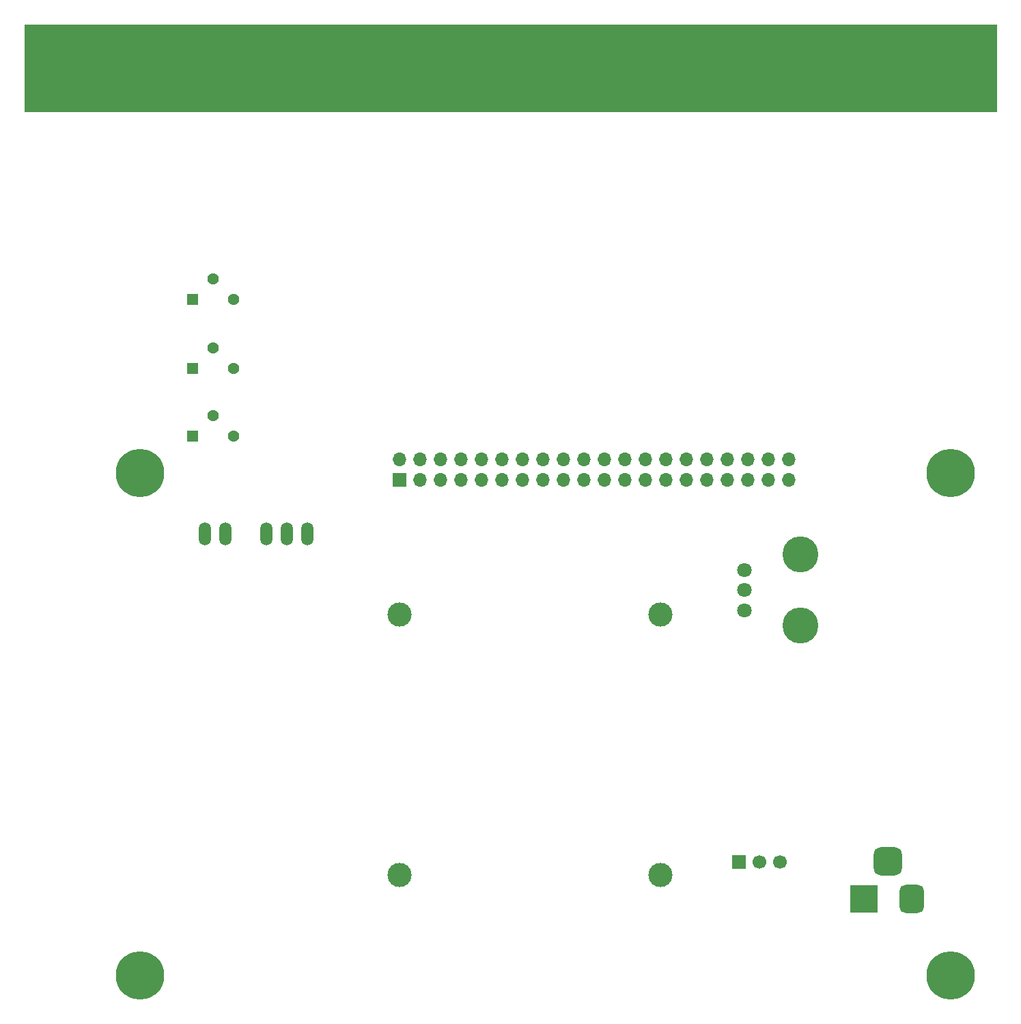
<source format=gbr>
%TF.GenerationSoftware,KiCad,Pcbnew,9.0.3*%
%TF.CreationDate,2025-07-10T15:06:49-06:00*%
%TF.ProjectId,mister-vector,6d697374-6572-42d7-9665-63746f722e6b,rev?*%
%TF.SameCoordinates,Original*%
%TF.FileFunction,Soldermask,Bot*%
%TF.FilePolarity,Negative*%
%FSLAX46Y46*%
G04 Gerber Fmt 4.6, Leading zero omitted, Abs format (unit mm)*
G04 Created by KiCad (PCBNEW 9.0.3) date 2025-07-10 15:06:49*
%MOMM*%
%LPD*%
G01*
G04 APERTURE LIST*
G04 Aperture macros list*
%AMRoundRect*
0 Rectangle with rounded corners*
0 $1 Rounding radius*
0 $2 $3 $4 $5 $6 $7 $8 $9 X,Y pos of 4 corners*
0 Add a 4 corners polygon primitive as box body*
4,1,4,$2,$3,$4,$5,$6,$7,$8,$9,$2,$3,0*
0 Add four circle primitives for the rounded corners*
1,1,$1+$1,$2,$3*
1,1,$1+$1,$4,$5*
1,1,$1+$1,$6,$7*
1,1,$1+$1,$8,$9*
0 Add four rect primitives between the rounded corners*
20,1,$1+$1,$2,$3,$4,$5,0*
20,1,$1+$1,$4,$5,$6,$7,0*
20,1,$1+$1,$6,$7,$8,$9,0*
20,1,$1+$1,$8,$9,$2,$3,0*%
G04 Aperture macros list end*
%ADD10C,0.100000*%
%ADD11C,1.800000*%
%ADD12C,4.460000*%
%ADD13C,0.800000*%
%ADD14C,6.000000*%
%ADD15R,3.500000X3.500000*%
%ADD16RoundRect,0.750000X0.750000X1.000000X-0.750000X1.000000X-0.750000X-1.000000X0.750000X-1.000000X0*%
%ADD17RoundRect,0.875000X0.875000X0.875000X-0.875000X0.875000X-0.875000X-0.875000X0.875000X-0.875000X0*%
%ADD18C,3.000000*%
%ADD19R,1.700000X1.700000*%
%ADD20C,1.700000*%
%ADD21O,1.524000X2.844800*%
%ADD22RoundRect,0.102000X-0.611000X-0.611000X0.611000X-0.611000X0.611000X0.611000X-0.611000X0.611000X0*%
%ADD23C,1.426000*%
%ADD24R,2.350000X8.000000*%
%ADD25O,1.700000X1.700000*%
G04 APERTURE END LIST*
%TO.C,J8*%
D10*
X44624000Y-37186000D02*
X165124000Y-37186000D01*
X165124000Y-47936000D01*
X44624000Y-47936000D01*
X44624000Y-37186000D01*
G36*
X44624000Y-37186000D02*
G01*
X165124000Y-37186000D01*
X165124000Y-47936000D01*
X44624000Y-47936000D01*
X44624000Y-37186000D01*
G37*
%TD*%
D11*
%TO.C,VR4*%
X133808000Y-104731000D03*
X133808000Y-107231000D03*
X133808000Y-109731000D03*
D12*
X140808000Y-102831000D03*
X140808000Y-111631000D03*
%TD*%
D13*
%TO.C,H3*%
X157139000Y-92711000D03*
X157798010Y-91120010D03*
X157798010Y-94301990D03*
X159389000Y-90461000D03*
D14*
X159389000Y-92711000D03*
D13*
X159389000Y-94961000D03*
X160979990Y-91120010D03*
X160979990Y-94301990D03*
X161639000Y-92711000D03*
%TD*%
D15*
%TO.C,J10*%
X148630000Y-145486000D03*
D16*
X154630000Y-145486000D03*
D17*
X151630000Y-140786000D03*
%TD*%
D13*
%TO.C,H2*%
X56682000Y-92711000D03*
X57341010Y-91120010D03*
X57341010Y-94301990D03*
X58932000Y-90461000D03*
D14*
X58932000Y-92711000D03*
D13*
X58932000Y-94961000D03*
X60522990Y-91120010D03*
X60522990Y-94301990D03*
X61182000Y-92711000D03*
%TD*%
D18*
%TO.C,H7*%
X91063000Y-142495000D03*
%TD*%
D19*
%TO.C,J100*%
X133128000Y-140886000D03*
D20*
X135668000Y-140886000D03*
X138208000Y-140886000D03*
%TD*%
D21*
%TO.C,U1*%
X66948000Y-100247000D03*
X69488000Y-100247000D03*
X74568000Y-100247000D03*
X77108000Y-100247000D03*
X79648000Y-100247000D03*
%TD*%
D13*
%TO.C,H4*%
X56682000Y-154941000D03*
X57341010Y-153350010D03*
X57341010Y-156531990D03*
X58932000Y-152691000D03*
D14*
X58932000Y-154941000D03*
D13*
X58932000Y-157191000D03*
X60522990Y-153350010D03*
X60522990Y-156531990D03*
X61182000Y-154941000D03*
%TD*%
D22*
%TO.C,VR3*%
X65402500Y-88156000D03*
D23*
X67942500Y-85616000D03*
X70482500Y-88156000D03*
%TD*%
D22*
%TO.C,VR2*%
X65402500Y-79756000D03*
D23*
X67942500Y-77216000D03*
X70482500Y-79756000D03*
%TD*%
D18*
%TO.C,H8*%
X91063000Y-110237000D03*
%TD*%
D22*
%TO.C,VR1*%
X65402500Y-71256000D03*
D23*
X67942500Y-68716000D03*
X70482500Y-71256000D03*
%TD*%
D18*
%TO.C,H6*%
X123448000Y-142495000D03*
%TD*%
D13*
%TO.C,H1*%
X157139000Y-154941000D03*
X157798010Y-153350010D03*
X157798010Y-156531990D03*
X159389000Y-152691000D03*
D14*
X159389000Y-154941000D03*
D13*
X159389000Y-157191000D03*
X160979990Y-153350010D03*
X160979990Y-156531990D03*
X161639000Y-154941000D03*
%TD*%
D18*
%TO.C,H5*%
X123448000Y-110269000D03*
%TD*%
D24*
%TO.C,J8*%
X158724000Y-43986000D03*
X154764000Y-43986000D03*
X150804000Y-43986000D03*
X146844000Y-43986000D03*
X142884000Y-43986000D03*
X138924000Y-43986000D03*
X131004000Y-43986000D03*
X127044000Y-43986000D03*
X123084000Y-43986000D03*
X119124000Y-43986000D03*
X115164000Y-43986000D03*
X111204000Y-43986000D03*
X107244000Y-43986000D03*
X103284000Y-43986000D03*
X99324000Y-43986000D03*
X95364000Y-43986000D03*
X91404000Y-43986000D03*
X87444000Y-43986000D03*
X83484000Y-43986000D03*
X79524000Y-43986000D03*
X75564000Y-43986000D03*
X71604000Y-43986000D03*
X67644000Y-43986000D03*
X63684000Y-43986000D03*
X59724000Y-43986000D03*
X55764000Y-43986000D03*
X51804000Y-43986000D03*
X158724000Y-43986000D03*
X154764000Y-43986000D03*
X150804000Y-43986000D03*
X146844000Y-43986000D03*
X142884000Y-43986000D03*
X138924000Y-43986000D03*
X131004000Y-43986000D03*
X127044000Y-43986000D03*
X123084000Y-43986000D03*
X119124000Y-43986000D03*
X115164000Y-43986000D03*
X111204000Y-43986000D03*
X107244000Y-43986000D03*
X103284000Y-43986000D03*
X99324000Y-43986000D03*
X95364000Y-43986000D03*
X91404000Y-43986000D03*
X87444000Y-43986000D03*
X83484000Y-43986000D03*
X79524000Y-43986000D03*
X75564000Y-43986000D03*
X71604000Y-43986000D03*
X67644000Y-43986000D03*
X63684000Y-43986000D03*
X59724000Y-43986000D03*
X55764000Y-43986000D03*
X51804000Y-43986000D03*
%TD*%
D19*
%TO.C,J7*%
X91063000Y-93600000D03*
D25*
X91063000Y-91060000D03*
X93603000Y-93600000D03*
X93603000Y-91060000D03*
X96143000Y-93600000D03*
X96143000Y-91060000D03*
X98683000Y-93600000D03*
X98683000Y-91060000D03*
X101223000Y-93600000D03*
X101223000Y-91060000D03*
X103763000Y-93600000D03*
X103763000Y-91060000D03*
X106303000Y-93600000D03*
X106303000Y-91060000D03*
X108843000Y-93600000D03*
X108843000Y-91060000D03*
X111383000Y-93600000D03*
X111383000Y-91060000D03*
X113923000Y-93600000D03*
X113923000Y-91060000D03*
X116463000Y-93600000D03*
X116463000Y-91060000D03*
X119003000Y-93600000D03*
X119003000Y-91060000D03*
X121543000Y-93600000D03*
X121543000Y-91060000D03*
X124083000Y-93600000D03*
X124083000Y-91060000D03*
X126623000Y-93600000D03*
X126623000Y-91060000D03*
X129163000Y-93600000D03*
X129163000Y-91060000D03*
X131703000Y-93600000D03*
X131703000Y-91060000D03*
X134243000Y-93600000D03*
X134243000Y-91060000D03*
X136783000Y-93600000D03*
X136783000Y-91060000D03*
X139323000Y-93600000D03*
X139323000Y-91060000D03*
%TD*%
M02*

</source>
